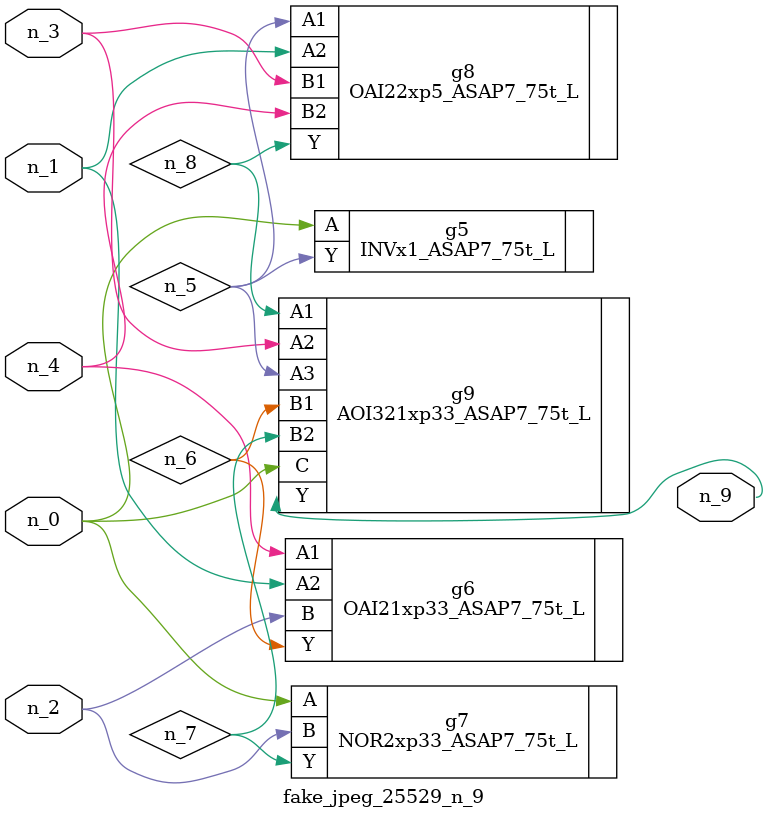
<source format=v>
module fake_jpeg_25529_n_9 (n_3, n_2, n_1, n_0, n_4, n_9);

input n_3;
input n_2;
input n_1;
input n_0;
input n_4;

output n_9;

wire n_8;
wire n_6;
wire n_5;
wire n_7;

INVx1_ASAP7_75t_L g5 ( 
.A(n_0),
.Y(n_5)
);

OAI21xp33_ASAP7_75t_L g6 ( 
.A1(n_4),
.A2(n_1),
.B(n_2),
.Y(n_6)
);

NOR2xp33_ASAP7_75t_L g7 ( 
.A(n_0),
.B(n_2),
.Y(n_7)
);

OAI22xp5_ASAP7_75t_L g8 ( 
.A1(n_5),
.A2(n_1),
.B1(n_3),
.B2(n_4),
.Y(n_8)
);

AOI321xp33_ASAP7_75t_L g9 ( 
.A1(n_8),
.A2(n_3),
.A3(n_5),
.B1(n_6),
.B2(n_7),
.C(n_0),
.Y(n_9)
);


endmodule
</source>
